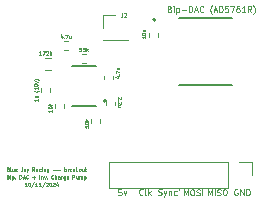
<source format=gbr>
%TF.GenerationSoftware,KiCad,Pcbnew,7.0.8*%
%TF.CreationDate,2024-10-13T16:36:08-04:00*%
%TF.ProjectId,Untitled,556e7469-746c-4656-942e-6b696361645f,rev?*%
%TF.SameCoordinates,Original*%
%TF.FileFunction,Legend,Top*%
%TF.FilePolarity,Positive*%
%FSLAX46Y46*%
G04 Gerber Fmt 4.6, Leading zero omitted, Abs format (unit mm)*
G04 Created by KiCad (PCBNEW 7.0.8) date 2024-10-13 16:36:08*
%MOMM*%
%LPD*%
G01*
G04 APERTURE LIST*
%ADD10C,0.075000*%
%ADD11C,0.070000*%
%ADD12C,0.125000*%
%ADD13C,0.120000*%
%ADD14C,0.127000*%
%ADD15C,0.200000*%
G04 APERTURE END LIST*
D10*
X122396542Y-82644285D02*
X122410828Y-82658571D01*
X122410828Y-82658571D02*
X122425114Y-82687143D01*
X122425114Y-82687143D02*
X122425114Y-82758571D01*
X122425114Y-82758571D02*
X122410828Y-82787143D01*
X122410828Y-82787143D02*
X122396542Y-82801428D01*
X122396542Y-82801428D02*
X122367971Y-82815714D01*
X122367971Y-82815714D02*
X122339400Y-82815714D01*
X122339400Y-82815714D02*
X122296542Y-82801428D01*
X122296542Y-82801428D02*
X122125114Y-82630000D01*
X122125114Y-82630000D02*
X122125114Y-82815714D01*
X122153685Y-82944285D02*
X122139400Y-82958571D01*
X122139400Y-82958571D02*
X122125114Y-82944285D01*
X122125114Y-82944285D02*
X122139400Y-82929999D01*
X122139400Y-82929999D02*
X122153685Y-82944285D01*
X122153685Y-82944285D02*
X122125114Y-82944285D01*
X122396542Y-83072856D02*
X122410828Y-83087142D01*
X122410828Y-83087142D02*
X122425114Y-83115714D01*
X122425114Y-83115714D02*
X122425114Y-83187142D01*
X122425114Y-83187142D02*
X122410828Y-83215714D01*
X122410828Y-83215714D02*
X122396542Y-83229999D01*
X122396542Y-83229999D02*
X122367971Y-83244285D01*
X122367971Y-83244285D02*
X122339400Y-83244285D01*
X122339400Y-83244285D02*
X122296542Y-83229999D01*
X122296542Y-83229999D02*
X122125114Y-83058571D01*
X122125114Y-83058571D02*
X122125114Y-83244285D01*
X122325114Y-83501428D02*
X122125114Y-83501428D01*
X122325114Y-83372856D02*
X122167971Y-83372856D01*
X122167971Y-83372856D02*
X122139400Y-83387142D01*
X122139400Y-83387142D02*
X122125114Y-83415713D01*
X122125114Y-83415713D02*
X122125114Y-83458570D01*
X122125114Y-83458570D02*
X122139400Y-83487142D01*
X122139400Y-83487142D02*
X122153685Y-83501428D01*
D11*
X132257004Y-90478979D02*
X132209385Y-90455169D01*
X132209385Y-90455169D02*
X132137956Y-90455169D01*
X132137956Y-90455169D02*
X132066528Y-90478979D01*
X132066528Y-90478979D02*
X132018909Y-90526598D01*
X132018909Y-90526598D02*
X131995099Y-90574217D01*
X131995099Y-90574217D02*
X131971290Y-90669455D01*
X131971290Y-90669455D02*
X131971290Y-90740883D01*
X131971290Y-90740883D02*
X131995099Y-90836121D01*
X131995099Y-90836121D02*
X132018909Y-90883740D01*
X132018909Y-90883740D02*
X132066528Y-90931360D01*
X132066528Y-90931360D02*
X132137956Y-90955169D01*
X132137956Y-90955169D02*
X132185575Y-90955169D01*
X132185575Y-90955169D02*
X132257004Y-90931360D01*
X132257004Y-90931360D02*
X132280813Y-90907550D01*
X132280813Y-90907550D02*
X132280813Y-90740883D01*
X132280813Y-90740883D02*
X132185575Y-90740883D01*
X132495099Y-90955169D02*
X132495099Y-90455169D01*
X132495099Y-90455169D02*
X132780813Y-90955169D01*
X132780813Y-90955169D02*
X132780813Y-90455169D01*
X133018909Y-90955169D02*
X133018909Y-90455169D01*
X133018909Y-90455169D02*
X133137957Y-90455169D01*
X133137957Y-90455169D02*
X133209385Y-90478979D01*
X133209385Y-90478979D02*
X133257004Y-90526598D01*
X133257004Y-90526598D02*
X133280814Y-90574217D01*
X133280814Y-90574217D02*
X133304623Y-90669455D01*
X133304623Y-90669455D02*
X133304623Y-90740883D01*
X133304623Y-90740883D02*
X133280814Y-90836121D01*
X133280814Y-90836121D02*
X133257004Y-90883740D01*
X133257004Y-90883740D02*
X133209385Y-90931360D01*
X133209385Y-90931360D02*
X133137957Y-90955169D01*
X133137957Y-90955169D02*
X133018909Y-90955169D01*
X129755099Y-90970169D02*
X129755099Y-90470169D01*
X129755099Y-90470169D02*
X129921766Y-90827312D01*
X129921766Y-90827312D02*
X130088432Y-90470169D01*
X130088432Y-90470169D02*
X130088432Y-90970169D01*
X130326528Y-90970169D02*
X130326528Y-90470169D01*
X130540814Y-90946360D02*
X130612242Y-90970169D01*
X130612242Y-90970169D02*
X130731290Y-90970169D01*
X130731290Y-90970169D02*
X130778909Y-90946360D01*
X130778909Y-90946360D02*
X130802718Y-90922550D01*
X130802718Y-90922550D02*
X130826528Y-90874931D01*
X130826528Y-90874931D02*
X130826528Y-90827312D01*
X130826528Y-90827312D02*
X130802718Y-90779693D01*
X130802718Y-90779693D02*
X130778909Y-90755883D01*
X130778909Y-90755883D02*
X130731290Y-90732074D01*
X130731290Y-90732074D02*
X130636052Y-90708264D01*
X130636052Y-90708264D02*
X130588433Y-90684455D01*
X130588433Y-90684455D02*
X130564623Y-90660645D01*
X130564623Y-90660645D02*
X130540814Y-90613026D01*
X130540814Y-90613026D02*
X130540814Y-90565407D01*
X130540814Y-90565407D02*
X130564623Y-90517788D01*
X130564623Y-90517788D02*
X130588433Y-90493979D01*
X130588433Y-90493979D02*
X130636052Y-90470169D01*
X130636052Y-90470169D02*
X130755099Y-90470169D01*
X130755099Y-90470169D02*
X130826528Y-90493979D01*
X131136051Y-90470169D02*
X131231289Y-90470169D01*
X131231289Y-90470169D02*
X131278908Y-90493979D01*
X131278908Y-90493979D02*
X131326527Y-90541598D01*
X131326527Y-90541598D02*
X131350337Y-90636836D01*
X131350337Y-90636836D02*
X131350337Y-90803502D01*
X131350337Y-90803502D02*
X131326527Y-90898740D01*
X131326527Y-90898740D02*
X131278908Y-90946360D01*
X131278908Y-90946360D02*
X131231289Y-90970169D01*
X131231289Y-90970169D02*
X131136051Y-90970169D01*
X131136051Y-90970169D02*
X131088432Y-90946360D01*
X131088432Y-90946360D02*
X131040813Y-90898740D01*
X131040813Y-90898740D02*
X131017004Y-90803502D01*
X131017004Y-90803502D02*
X131017004Y-90636836D01*
X131017004Y-90636836D02*
X131040813Y-90541598D01*
X131040813Y-90541598D02*
X131088432Y-90493979D01*
X131088432Y-90493979D02*
X131136051Y-90470169D01*
X127715099Y-90985169D02*
X127715099Y-90485169D01*
X127715099Y-90485169D02*
X127881766Y-90842312D01*
X127881766Y-90842312D02*
X128048432Y-90485169D01*
X128048432Y-90485169D02*
X128048432Y-90985169D01*
X128381766Y-90485169D02*
X128477004Y-90485169D01*
X128477004Y-90485169D02*
X128524623Y-90508979D01*
X128524623Y-90508979D02*
X128572242Y-90556598D01*
X128572242Y-90556598D02*
X128596052Y-90651836D01*
X128596052Y-90651836D02*
X128596052Y-90818502D01*
X128596052Y-90818502D02*
X128572242Y-90913740D01*
X128572242Y-90913740D02*
X128524623Y-90961360D01*
X128524623Y-90961360D02*
X128477004Y-90985169D01*
X128477004Y-90985169D02*
X128381766Y-90985169D01*
X128381766Y-90985169D02*
X128334147Y-90961360D01*
X128334147Y-90961360D02*
X128286528Y-90913740D01*
X128286528Y-90913740D02*
X128262719Y-90818502D01*
X128262719Y-90818502D02*
X128262719Y-90651836D01*
X128262719Y-90651836D02*
X128286528Y-90556598D01*
X128286528Y-90556598D02*
X128334147Y-90508979D01*
X128334147Y-90508979D02*
X128381766Y-90485169D01*
X128786529Y-90961360D02*
X128857957Y-90985169D01*
X128857957Y-90985169D02*
X128977005Y-90985169D01*
X128977005Y-90985169D02*
X129024624Y-90961360D01*
X129024624Y-90961360D02*
X129048433Y-90937550D01*
X129048433Y-90937550D02*
X129072243Y-90889931D01*
X129072243Y-90889931D02*
X129072243Y-90842312D01*
X129072243Y-90842312D02*
X129048433Y-90794693D01*
X129048433Y-90794693D02*
X129024624Y-90770883D01*
X129024624Y-90770883D02*
X128977005Y-90747074D01*
X128977005Y-90747074D02*
X128881767Y-90723264D01*
X128881767Y-90723264D02*
X128834148Y-90699455D01*
X128834148Y-90699455D02*
X128810338Y-90675645D01*
X128810338Y-90675645D02*
X128786529Y-90628026D01*
X128786529Y-90628026D02*
X128786529Y-90580407D01*
X128786529Y-90580407D02*
X128810338Y-90532788D01*
X128810338Y-90532788D02*
X128834148Y-90508979D01*
X128834148Y-90508979D02*
X128881767Y-90485169D01*
X128881767Y-90485169D02*
X129000814Y-90485169D01*
X129000814Y-90485169D02*
X129072243Y-90508979D01*
X129286528Y-90985169D02*
X129286528Y-90485169D01*
X125551290Y-90911360D02*
X125622718Y-90935169D01*
X125622718Y-90935169D02*
X125741766Y-90935169D01*
X125741766Y-90935169D02*
X125789385Y-90911360D01*
X125789385Y-90911360D02*
X125813194Y-90887550D01*
X125813194Y-90887550D02*
X125837004Y-90839931D01*
X125837004Y-90839931D02*
X125837004Y-90792312D01*
X125837004Y-90792312D02*
X125813194Y-90744693D01*
X125813194Y-90744693D02*
X125789385Y-90720883D01*
X125789385Y-90720883D02*
X125741766Y-90697074D01*
X125741766Y-90697074D02*
X125646528Y-90673264D01*
X125646528Y-90673264D02*
X125598909Y-90649455D01*
X125598909Y-90649455D02*
X125575099Y-90625645D01*
X125575099Y-90625645D02*
X125551290Y-90578026D01*
X125551290Y-90578026D02*
X125551290Y-90530407D01*
X125551290Y-90530407D02*
X125575099Y-90482788D01*
X125575099Y-90482788D02*
X125598909Y-90458979D01*
X125598909Y-90458979D02*
X125646528Y-90435169D01*
X125646528Y-90435169D02*
X125765575Y-90435169D01*
X125765575Y-90435169D02*
X125837004Y-90458979D01*
X126003670Y-90601836D02*
X126122718Y-90935169D01*
X126241765Y-90601836D02*
X126122718Y-90935169D01*
X126122718Y-90935169D02*
X126075099Y-91054217D01*
X126075099Y-91054217D02*
X126051289Y-91078026D01*
X126051289Y-91078026D02*
X126003670Y-91101836D01*
X126432241Y-90601836D02*
X126432241Y-90935169D01*
X126432241Y-90649455D02*
X126456051Y-90625645D01*
X126456051Y-90625645D02*
X126503670Y-90601836D01*
X126503670Y-90601836D02*
X126575098Y-90601836D01*
X126575098Y-90601836D02*
X126622717Y-90625645D01*
X126622717Y-90625645D02*
X126646527Y-90673264D01*
X126646527Y-90673264D02*
X126646527Y-90935169D01*
X127098908Y-90911360D02*
X127051289Y-90935169D01*
X127051289Y-90935169D02*
X126956051Y-90935169D01*
X126956051Y-90935169D02*
X126908432Y-90911360D01*
X126908432Y-90911360D02*
X126884622Y-90887550D01*
X126884622Y-90887550D02*
X126860813Y-90839931D01*
X126860813Y-90839931D02*
X126860813Y-90697074D01*
X126860813Y-90697074D02*
X126884622Y-90649455D01*
X126884622Y-90649455D02*
X126908432Y-90625645D01*
X126908432Y-90625645D02*
X126956051Y-90601836D01*
X126956051Y-90601836D02*
X127051289Y-90601836D01*
X127051289Y-90601836D02*
X127098908Y-90625645D01*
X127337003Y-90435169D02*
X127289384Y-90530407D01*
X124230813Y-90887550D02*
X124207004Y-90911360D01*
X124207004Y-90911360D02*
X124135575Y-90935169D01*
X124135575Y-90935169D02*
X124087956Y-90935169D01*
X124087956Y-90935169D02*
X124016528Y-90911360D01*
X124016528Y-90911360D02*
X123968909Y-90863740D01*
X123968909Y-90863740D02*
X123945099Y-90816121D01*
X123945099Y-90816121D02*
X123921290Y-90720883D01*
X123921290Y-90720883D02*
X123921290Y-90649455D01*
X123921290Y-90649455D02*
X123945099Y-90554217D01*
X123945099Y-90554217D02*
X123968909Y-90506598D01*
X123968909Y-90506598D02*
X124016528Y-90458979D01*
X124016528Y-90458979D02*
X124087956Y-90435169D01*
X124087956Y-90435169D02*
X124135575Y-90435169D01*
X124135575Y-90435169D02*
X124207004Y-90458979D01*
X124207004Y-90458979D02*
X124230813Y-90482788D01*
X124516528Y-90935169D02*
X124468909Y-90911360D01*
X124468909Y-90911360D02*
X124445099Y-90863740D01*
X124445099Y-90863740D02*
X124445099Y-90435169D01*
X124707004Y-90935169D02*
X124707004Y-90435169D01*
X124754623Y-90744693D02*
X124897480Y-90935169D01*
X124897480Y-90601836D02*
X124707004Y-90792312D01*
X122423194Y-90485169D02*
X122185099Y-90485169D01*
X122185099Y-90485169D02*
X122161290Y-90723264D01*
X122161290Y-90723264D02*
X122185099Y-90699455D01*
X122185099Y-90699455D02*
X122232718Y-90675645D01*
X122232718Y-90675645D02*
X122351766Y-90675645D01*
X122351766Y-90675645D02*
X122399385Y-90699455D01*
X122399385Y-90699455D02*
X122423194Y-90723264D01*
X122423194Y-90723264D02*
X122447004Y-90770883D01*
X122447004Y-90770883D02*
X122447004Y-90889931D01*
X122447004Y-90889931D02*
X122423194Y-90937550D01*
X122423194Y-90937550D02*
X122399385Y-90961360D01*
X122399385Y-90961360D02*
X122351766Y-90985169D01*
X122351766Y-90985169D02*
X122232718Y-90985169D01*
X122232718Y-90985169D02*
X122185099Y-90961360D01*
X122185099Y-90961360D02*
X122161290Y-90937550D01*
X122613670Y-90651836D02*
X122732718Y-90985169D01*
X122732718Y-90985169D02*
X122851765Y-90651836D01*
X114434623Y-90199645D02*
X114263194Y-90199645D01*
X114348909Y-90199645D02*
X114348909Y-89899645D01*
X114348909Y-89899645D02*
X114320337Y-89942502D01*
X114320337Y-89942502D02*
X114291766Y-89971074D01*
X114291766Y-89971074D02*
X114263194Y-89985360D01*
X114620337Y-89899645D02*
X114648908Y-89899645D01*
X114648908Y-89899645D02*
X114677480Y-89913931D01*
X114677480Y-89913931D02*
X114691766Y-89928217D01*
X114691766Y-89928217D02*
X114706051Y-89956788D01*
X114706051Y-89956788D02*
X114720337Y-90013931D01*
X114720337Y-90013931D02*
X114720337Y-90085360D01*
X114720337Y-90085360D02*
X114706051Y-90142502D01*
X114706051Y-90142502D02*
X114691766Y-90171074D01*
X114691766Y-90171074D02*
X114677480Y-90185360D01*
X114677480Y-90185360D02*
X114648908Y-90199645D01*
X114648908Y-90199645D02*
X114620337Y-90199645D01*
X114620337Y-90199645D02*
X114591766Y-90185360D01*
X114591766Y-90185360D02*
X114577480Y-90171074D01*
X114577480Y-90171074D02*
X114563194Y-90142502D01*
X114563194Y-90142502D02*
X114548908Y-90085360D01*
X114548908Y-90085360D02*
X114548908Y-90013931D01*
X114548908Y-90013931D02*
X114563194Y-89956788D01*
X114563194Y-89956788D02*
X114577480Y-89928217D01*
X114577480Y-89928217D02*
X114591766Y-89913931D01*
X114591766Y-89913931D02*
X114620337Y-89899645D01*
X115063194Y-89885360D02*
X114806051Y-90271074D01*
X115320337Y-90199645D02*
X115148908Y-90199645D01*
X115234623Y-90199645D02*
X115234623Y-89899645D01*
X115234623Y-89899645D02*
X115206051Y-89942502D01*
X115206051Y-89942502D02*
X115177480Y-89971074D01*
X115177480Y-89971074D02*
X115148908Y-89985360D01*
X115606051Y-90199645D02*
X115434622Y-90199645D01*
X115520337Y-90199645D02*
X115520337Y-89899645D01*
X115520337Y-89899645D02*
X115491765Y-89942502D01*
X115491765Y-89942502D02*
X115463194Y-89971074D01*
X115463194Y-89971074D02*
X115434622Y-89985360D01*
X115948908Y-89885360D02*
X115691765Y-90271074D01*
X116034622Y-89928217D02*
X116048908Y-89913931D01*
X116048908Y-89913931D02*
X116077480Y-89899645D01*
X116077480Y-89899645D02*
X116148908Y-89899645D01*
X116148908Y-89899645D02*
X116177480Y-89913931D01*
X116177480Y-89913931D02*
X116191765Y-89928217D01*
X116191765Y-89928217D02*
X116206051Y-89956788D01*
X116206051Y-89956788D02*
X116206051Y-89985360D01*
X116206051Y-89985360D02*
X116191765Y-90028217D01*
X116191765Y-90028217D02*
X116020337Y-90199645D01*
X116020337Y-90199645D02*
X116206051Y-90199645D01*
X116391765Y-89899645D02*
X116420336Y-89899645D01*
X116420336Y-89899645D02*
X116448908Y-89913931D01*
X116448908Y-89913931D02*
X116463194Y-89928217D01*
X116463194Y-89928217D02*
X116477479Y-89956788D01*
X116477479Y-89956788D02*
X116491765Y-90013931D01*
X116491765Y-90013931D02*
X116491765Y-90085360D01*
X116491765Y-90085360D02*
X116477479Y-90142502D01*
X116477479Y-90142502D02*
X116463194Y-90171074D01*
X116463194Y-90171074D02*
X116448908Y-90185360D01*
X116448908Y-90185360D02*
X116420336Y-90199645D01*
X116420336Y-90199645D02*
X116391765Y-90199645D01*
X116391765Y-90199645D02*
X116363194Y-90185360D01*
X116363194Y-90185360D02*
X116348908Y-90171074D01*
X116348908Y-90171074D02*
X116334622Y-90142502D01*
X116334622Y-90142502D02*
X116320336Y-90085360D01*
X116320336Y-90085360D02*
X116320336Y-90013931D01*
X116320336Y-90013931D02*
X116334622Y-89956788D01*
X116334622Y-89956788D02*
X116348908Y-89928217D01*
X116348908Y-89928217D02*
X116363194Y-89913931D01*
X116363194Y-89913931D02*
X116391765Y-89899645D01*
X116606050Y-89928217D02*
X116620336Y-89913931D01*
X116620336Y-89913931D02*
X116648908Y-89899645D01*
X116648908Y-89899645D02*
X116720336Y-89899645D01*
X116720336Y-89899645D02*
X116748908Y-89913931D01*
X116748908Y-89913931D02*
X116763193Y-89928217D01*
X116763193Y-89928217D02*
X116777479Y-89956788D01*
X116777479Y-89956788D02*
X116777479Y-89985360D01*
X116777479Y-89985360D02*
X116763193Y-90028217D01*
X116763193Y-90028217D02*
X116591765Y-90199645D01*
X116591765Y-90199645D02*
X116777479Y-90199645D01*
X117034622Y-89999645D02*
X117034622Y-90199645D01*
X116963193Y-89885360D02*
X116891764Y-90099645D01*
X116891764Y-90099645D02*
X117077479Y-90099645D01*
X112817480Y-89402502D02*
X112860337Y-89416788D01*
X112860337Y-89416788D02*
X112874623Y-89431074D01*
X112874623Y-89431074D02*
X112888909Y-89459645D01*
X112888909Y-89459645D02*
X112888909Y-89502502D01*
X112888909Y-89502502D02*
X112874623Y-89531074D01*
X112874623Y-89531074D02*
X112860337Y-89545360D01*
X112860337Y-89545360D02*
X112831766Y-89559645D01*
X112831766Y-89559645D02*
X112717480Y-89559645D01*
X112717480Y-89559645D02*
X112717480Y-89259645D01*
X112717480Y-89259645D02*
X112817480Y-89259645D01*
X112817480Y-89259645D02*
X112846052Y-89273931D01*
X112846052Y-89273931D02*
X112860337Y-89288217D01*
X112860337Y-89288217D02*
X112874623Y-89316788D01*
X112874623Y-89316788D02*
X112874623Y-89345360D01*
X112874623Y-89345360D02*
X112860337Y-89373931D01*
X112860337Y-89373931D02*
X112846052Y-89388217D01*
X112846052Y-89388217D02*
X112817480Y-89402502D01*
X112817480Y-89402502D02*
X112717480Y-89402502D01*
X113017480Y-89559645D02*
X113017480Y-89359645D01*
X113017480Y-89259645D02*
X113003194Y-89273931D01*
X113003194Y-89273931D02*
X113017480Y-89288217D01*
X113017480Y-89288217D02*
X113031766Y-89273931D01*
X113031766Y-89273931D02*
X113017480Y-89259645D01*
X113017480Y-89259645D02*
X113017480Y-89288217D01*
X113160337Y-89359645D02*
X113160337Y-89659645D01*
X113160337Y-89373931D02*
X113188909Y-89359645D01*
X113188909Y-89359645D02*
X113246051Y-89359645D01*
X113246051Y-89359645D02*
X113274623Y-89373931D01*
X113274623Y-89373931D02*
X113288909Y-89388217D01*
X113288909Y-89388217D02*
X113303194Y-89416788D01*
X113303194Y-89416788D02*
X113303194Y-89502502D01*
X113303194Y-89502502D02*
X113288909Y-89531074D01*
X113288909Y-89531074D02*
X113274623Y-89545360D01*
X113274623Y-89545360D02*
X113246051Y-89559645D01*
X113246051Y-89559645D02*
X113188909Y-89559645D01*
X113188909Y-89559645D02*
X113160337Y-89545360D01*
X113431766Y-89531074D02*
X113446052Y-89545360D01*
X113446052Y-89545360D02*
X113431766Y-89559645D01*
X113431766Y-89559645D02*
X113417480Y-89545360D01*
X113417480Y-89545360D02*
X113431766Y-89531074D01*
X113431766Y-89531074D02*
X113431766Y-89559645D01*
X113803194Y-89559645D02*
X113803194Y-89259645D01*
X113803194Y-89259645D02*
X113874623Y-89259645D01*
X113874623Y-89259645D02*
X113917480Y-89273931D01*
X113917480Y-89273931D02*
X113946051Y-89302502D01*
X113946051Y-89302502D02*
X113960337Y-89331074D01*
X113960337Y-89331074D02*
X113974623Y-89388217D01*
X113974623Y-89388217D02*
X113974623Y-89431074D01*
X113974623Y-89431074D02*
X113960337Y-89488217D01*
X113960337Y-89488217D02*
X113946051Y-89516788D01*
X113946051Y-89516788D02*
X113917480Y-89545360D01*
X113917480Y-89545360D02*
X113874623Y-89559645D01*
X113874623Y-89559645D02*
X113803194Y-89559645D01*
X114088908Y-89473931D02*
X114231766Y-89473931D01*
X114060337Y-89559645D02*
X114160337Y-89259645D01*
X114160337Y-89259645D02*
X114260337Y-89559645D01*
X114531766Y-89531074D02*
X114517480Y-89545360D01*
X114517480Y-89545360D02*
X114474623Y-89559645D01*
X114474623Y-89559645D02*
X114446051Y-89559645D01*
X114446051Y-89559645D02*
X114403194Y-89545360D01*
X114403194Y-89545360D02*
X114374623Y-89516788D01*
X114374623Y-89516788D02*
X114360337Y-89488217D01*
X114360337Y-89488217D02*
X114346051Y-89431074D01*
X114346051Y-89431074D02*
X114346051Y-89388217D01*
X114346051Y-89388217D02*
X114360337Y-89331074D01*
X114360337Y-89331074D02*
X114374623Y-89302502D01*
X114374623Y-89302502D02*
X114403194Y-89273931D01*
X114403194Y-89273931D02*
X114446051Y-89259645D01*
X114446051Y-89259645D02*
X114474623Y-89259645D01*
X114474623Y-89259645D02*
X114517480Y-89273931D01*
X114517480Y-89273931D02*
X114531766Y-89288217D01*
X114888908Y-89445360D02*
X115117480Y-89445360D01*
X115003194Y-89559645D02*
X115003194Y-89331074D01*
X115488908Y-89559645D02*
X115488908Y-89259645D01*
X115631765Y-89359645D02*
X115631765Y-89559645D01*
X115631765Y-89388217D02*
X115646051Y-89373931D01*
X115646051Y-89373931D02*
X115674622Y-89359645D01*
X115674622Y-89359645D02*
X115717479Y-89359645D01*
X115717479Y-89359645D02*
X115746051Y-89373931D01*
X115746051Y-89373931D02*
X115760337Y-89402502D01*
X115760337Y-89402502D02*
X115760337Y-89559645D01*
X115874623Y-89359645D02*
X115946051Y-89559645D01*
X115946051Y-89559645D02*
X116017480Y-89359645D01*
X116131765Y-89531074D02*
X116146051Y-89545360D01*
X116146051Y-89545360D02*
X116131765Y-89559645D01*
X116131765Y-89559645D02*
X116117479Y-89545360D01*
X116117479Y-89545360D02*
X116131765Y-89531074D01*
X116131765Y-89531074D02*
X116131765Y-89559645D01*
X116674622Y-89531074D02*
X116660336Y-89545360D01*
X116660336Y-89545360D02*
X116617479Y-89559645D01*
X116617479Y-89559645D02*
X116588907Y-89559645D01*
X116588907Y-89559645D02*
X116546050Y-89545360D01*
X116546050Y-89545360D02*
X116517479Y-89516788D01*
X116517479Y-89516788D02*
X116503193Y-89488217D01*
X116503193Y-89488217D02*
X116488907Y-89431074D01*
X116488907Y-89431074D02*
X116488907Y-89388217D01*
X116488907Y-89388217D02*
X116503193Y-89331074D01*
X116503193Y-89331074D02*
X116517479Y-89302502D01*
X116517479Y-89302502D02*
X116546050Y-89273931D01*
X116546050Y-89273931D02*
X116588907Y-89259645D01*
X116588907Y-89259645D02*
X116617479Y-89259645D01*
X116617479Y-89259645D02*
X116660336Y-89273931D01*
X116660336Y-89273931D02*
X116674622Y-89288217D01*
X116803193Y-89559645D02*
X116803193Y-89259645D01*
X116931765Y-89559645D02*
X116931765Y-89402502D01*
X116931765Y-89402502D02*
X116917479Y-89373931D01*
X116917479Y-89373931D02*
X116888907Y-89359645D01*
X116888907Y-89359645D02*
X116846050Y-89359645D01*
X116846050Y-89359645D02*
X116817479Y-89373931D01*
X116817479Y-89373931D02*
X116803193Y-89388217D01*
X117203194Y-89559645D02*
X117203194Y-89402502D01*
X117203194Y-89402502D02*
X117188908Y-89373931D01*
X117188908Y-89373931D02*
X117160336Y-89359645D01*
X117160336Y-89359645D02*
X117103194Y-89359645D01*
X117103194Y-89359645D02*
X117074622Y-89373931D01*
X117203194Y-89545360D02*
X117174622Y-89559645D01*
X117174622Y-89559645D02*
X117103194Y-89559645D01*
X117103194Y-89559645D02*
X117074622Y-89545360D01*
X117074622Y-89545360D02*
X117060336Y-89516788D01*
X117060336Y-89516788D02*
X117060336Y-89488217D01*
X117060336Y-89488217D02*
X117074622Y-89459645D01*
X117074622Y-89459645D02*
X117103194Y-89445360D01*
X117103194Y-89445360D02*
X117174622Y-89445360D01*
X117174622Y-89445360D02*
X117203194Y-89431074D01*
X117346051Y-89559645D02*
X117346051Y-89359645D01*
X117346051Y-89416788D02*
X117360337Y-89388217D01*
X117360337Y-89388217D02*
X117374623Y-89373931D01*
X117374623Y-89373931D02*
X117403194Y-89359645D01*
X117403194Y-89359645D02*
X117431765Y-89359645D01*
X117660337Y-89359645D02*
X117660337Y-89602502D01*
X117660337Y-89602502D02*
X117646051Y-89631074D01*
X117646051Y-89631074D02*
X117631765Y-89645360D01*
X117631765Y-89645360D02*
X117603194Y-89659645D01*
X117603194Y-89659645D02*
X117560337Y-89659645D01*
X117560337Y-89659645D02*
X117531765Y-89645360D01*
X117660337Y-89545360D02*
X117631765Y-89559645D01*
X117631765Y-89559645D02*
X117574622Y-89559645D01*
X117574622Y-89559645D02*
X117546051Y-89545360D01*
X117546051Y-89545360D02*
X117531765Y-89531074D01*
X117531765Y-89531074D02*
X117517479Y-89502502D01*
X117517479Y-89502502D02*
X117517479Y-89416788D01*
X117517479Y-89416788D02*
X117531765Y-89388217D01*
X117531765Y-89388217D02*
X117546051Y-89373931D01*
X117546051Y-89373931D02*
X117574622Y-89359645D01*
X117574622Y-89359645D02*
X117631765Y-89359645D01*
X117631765Y-89359645D02*
X117660337Y-89373931D01*
X117917480Y-89545360D02*
X117888908Y-89559645D01*
X117888908Y-89559645D02*
X117831766Y-89559645D01*
X117831766Y-89559645D02*
X117803194Y-89545360D01*
X117803194Y-89545360D02*
X117788908Y-89516788D01*
X117788908Y-89516788D02*
X117788908Y-89402502D01*
X117788908Y-89402502D02*
X117803194Y-89373931D01*
X117803194Y-89373931D02*
X117831766Y-89359645D01*
X117831766Y-89359645D02*
X117888908Y-89359645D01*
X117888908Y-89359645D02*
X117917480Y-89373931D01*
X117917480Y-89373931D02*
X117931766Y-89402502D01*
X117931766Y-89402502D02*
X117931766Y-89431074D01*
X117931766Y-89431074D02*
X117788908Y-89459645D01*
X118288908Y-89559645D02*
X118288908Y-89259645D01*
X118288908Y-89259645D02*
X118403194Y-89259645D01*
X118403194Y-89259645D02*
X118431765Y-89273931D01*
X118431765Y-89273931D02*
X118446051Y-89288217D01*
X118446051Y-89288217D02*
X118460337Y-89316788D01*
X118460337Y-89316788D02*
X118460337Y-89359645D01*
X118460337Y-89359645D02*
X118446051Y-89388217D01*
X118446051Y-89388217D02*
X118431765Y-89402502D01*
X118431765Y-89402502D02*
X118403194Y-89416788D01*
X118403194Y-89416788D02*
X118288908Y-89416788D01*
X118717480Y-89359645D02*
X118717480Y-89559645D01*
X118588908Y-89359645D02*
X118588908Y-89516788D01*
X118588908Y-89516788D02*
X118603194Y-89545360D01*
X118603194Y-89545360D02*
X118631765Y-89559645D01*
X118631765Y-89559645D02*
X118674622Y-89559645D01*
X118674622Y-89559645D02*
X118703194Y-89545360D01*
X118703194Y-89545360D02*
X118717480Y-89531074D01*
X118860337Y-89559645D02*
X118860337Y-89359645D01*
X118860337Y-89388217D02*
X118874623Y-89373931D01*
X118874623Y-89373931D02*
X118903194Y-89359645D01*
X118903194Y-89359645D02*
X118946051Y-89359645D01*
X118946051Y-89359645D02*
X118974623Y-89373931D01*
X118974623Y-89373931D02*
X118988909Y-89402502D01*
X118988909Y-89402502D02*
X118988909Y-89559645D01*
X118988909Y-89402502D02*
X119003194Y-89373931D01*
X119003194Y-89373931D02*
X119031766Y-89359645D01*
X119031766Y-89359645D02*
X119074623Y-89359645D01*
X119074623Y-89359645D02*
X119103194Y-89373931D01*
X119103194Y-89373931D02*
X119117480Y-89402502D01*
X119117480Y-89402502D02*
X119117480Y-89559645D01*
X119260337Y-89359645D02*
X119260337Y-89659645D01*
X119260337Y-89373931D02*
X119288909Y-89359645D01*
X119288909Y-89359645D02*
X119346051Y-89359645D01*
X119346051Y-89359645D02*
X119374623Y-89373931D01*
X119374623Y-89373931D02*
X119388909Y-89388217D01*
X119388909Y-89388217D02*
X119403194Y-89416788D01*
X119403194Y-89416788D02*
X119403194Y-89502502D01*
X119403194Y-89502502D02*
X119388909Y-89531074D01*
X119388909Y-89531074D02*
X119374623Y-89545360D01*
X119374623Y-89545360D02*
X119346051Y-89559645D01*
X119346051Y-89559645D02*
X119288909Y-89559645D01*
X119288909Y-89559645D02*
X119260337Y-89545360D01*
X112817480Y-88762502D02*
X112860337Y-88776788D01*
X112860337Y-88776788D02*
X112874623Y-88791074D01*
X112874623Y-88791074D02*
X112888909Y-88819645D01*
X112888909Y-88819645D02*
X112888909Y-88862502D01*
X112888909Y-88862502D02*
X112874623Y-88891074D01*
X112874623Y-88891074D02*
X112860337Y-88905360D01*
X112860337Y-88905360D02*
X112831766Y-88919645D01*
X112831766Y-88919645D02*
X112717480Y-88919645D01*
X112717480Y-88919645D02*
X112717480Y-88619645D01*
X112717480Y-88619645D02*
X112817480Y-88619645D01*
X112817480Y-88619645D02*
X112846052Y-88633931D01*
X112846052Y-88633931D02*
X112860337Y-88648217D01*
X112860337Y-88648217D02*
X112874623Y-88676788D01*
X112874623Y-88676788D02*
X112874623Y-88705360D01*
X112874623Y-88705360D02*
X112860337Y-88733931D01*
X112860337Y-88733931D02*
X112846052Y-88748217D01*
X112846052Y-88748217D02*
X112817480Y-88762502D01*
X112817480Y-88762502D02*
X112717480Y-88762502D01*
X113060337Y-88919645D02*
X113031766Y-88905360D01*
X113031766Y-88905360D02*
X113017480Y-88876788D01*
X113017480Y-88876788D02*
X113017480Y-88619645D01*
X113303195Y-88719645D02*
X113303195Y-88919645D01*
X113174623Y-88719645D02*
X113174623Y-88876788D01*
X113174623Y-88876788D02*
X113188909Y-88905360D01*
X113188909Y-88905360D02*
X113217480Y-88919645D01*
X113217480Y-88919645D02*
X113260337Y-88919645D01*
X113260337Y-88919645D02*
X113288909Y-88905360D01*
X113288909Y-88905360D02*
X113303195Y-88891074D01*
X113560338Y-88905360D02*
X113531766Y-88919645D01*
X113531766Y-88919645D02*
X113474624Y-88919645D01*
X113474624Y-88919645D02*
X113446052Y-88905360D01*
X113446052Y-88905360D02*
X113431766Y-88876788D01*
X113431766Y-88876788D02*
X113431766Y-88762502D01*
X113431766Y-88762502D02*
X113446052Y-88733931D01*
X113446052Y-88733931D02*
X113474624Y-88719645D01*
X113474624Y-88719645D02*
X113531766Y-88719645D01*
X113531766Y-88719645D02*
X113560338Y-88733931D01*
X113560338Y-88733931D02*
X113574624Y-88762502D01*
X113574624Y-88762502D02*
X113574624Y-88791074D01*
X113574624Y-88791074D02*
X113431766Y-88819645D01*
X114017480Y-88619645D02*
X114017480Y-88833931D01*
X114017480Y-88833931D02*
X114003195Y-88876788D01*
X114003195Y-88876788D02*
X113974623Y-88905360D01*
X113974623Y-88905360D02*
X113931766Y-88919645D01*
X113931766Y-88919645D02*
X113903195Y-88919645D01*
X114288909Y-88919645D02*
X114288909Y-88762502D01*
X114288909Y-88762502D02*
X114274623Y-88733931D01*
X114274623Y-88733931D02*
X114246051Y-88719645D01*
X114246051Y-88719645D02*
X114188909Y-88719645D01*
X114188909Y-88719645D02*
X114160337Y-88733931D01*
X114288909Y-88905360D02*
X114260337Y-88919645D01*
X114260337Y-88919645D02*
X114188909Y-88919645D01*
X114188909Y-88919645D02*
X114160337Y-88905360D01*
X114160337Y-88905360D02*
X114146051Y-88876788D01*
X114146051Y-88876788D02*
X114146051Y-88848217D01*
X114146051Y-88848217D02*
X114160337Y-88819645D01*
X114160337Y-88819645D02*
X114188909Y-88805360D01*
X114188909Y-88805360D02*
X114260337Y-88805360D01*
X114260337Y-88805360D02*
X114288909Y-88791074D01*
X114403195Y-88719645D02*
X114474623Y-88919645D01*
X114546052Y-88719645D02*
X114474623Y-88919645D01*
X114474623Y-88919645D02*
X114446052Y-88991074D01*
X114446052Y-88991074D02*
X114431766Y-89005360D01*
X114431766Y-89005360D02*
X114403195Y-89019645D01*
X115060337Y-88919645D02*
X114960337Y-88776788D01*
X114888908Y-88919645D02*
X114888908Y-88619645D01*
X114888908Y-88619645D02*
X115003194Y-88619645D01*
X115003194Y-88619645D02*
X115031765Y-88633931D01*
X115031765Y-88633931D02*
X115046051Y-88648217D01*
X115046051Y-88648217D02*
X115060337Y-88676788D01*
X115060337Y-88676788D02*
X115060337Y-88719645D01*
X115060337Y-88719645D02*
X115046051Y-88748217D01*
X115046051Y-88748217D02*
X115031765Y-88762502D01*
X115031765Y-88762502D02*
X115003194Y-88776788D01*
X115003194Y-88776788D02*
X114888908Y-88776788D01*
X115317480Y-88919645D02*
X115317480Y-88762502D01*
X115317480Y-88762502D02*
X115303194Y-88733931D01*
X115303194Y-88733931D02*
X115274622Y-88719645D01*
X115274622Y-88719645D02*
X115217480Y-88719645D01*
X115217480Y-88719645D02*
X115188908Y-88733931D01*
X115317480Y-88905360D02*
X115288908Y-88919645D01*
X115288908Y-88919645D02*
X115217480Y-88919645D01*
X115217480Y-88919645D02*
X115188908Y-88905360D01*
X115188908Y-88905360D02*
X115174622Y-88876788D01*
X115174622Y-88876788D02*
X115174622Y-88848217D01*
X115174622Y-88848217D02*
X115188908Y-88819645D01*
X115188908Y-88819645D02*
X115217480Y-88805360D01*
X115217480Y-88805360D02*
X115288908Y-88805360D01*
X115288908Y-88805360D02*
X115317480Y-88791074D01*
X115588909Y-88905360D02*
X115560337Y-88919645D01*
X115560337Y-88919645D02*
X115503194Y-88919645D01*
X115503194Y-88919645D02*
X115474623Y-88905360D01*
X115474623Y-88905360D02*
X115460337Y-88891074D01*
X115460337Y-88891074D02*
X115446051Y-88862502D01*
X115446051Y-88862502D02*
X115446051Y-88776788D01*
X115446051Y-88776788D02*
X115460337Y-88748217D01*
X115460337Y-88748217D02*
X115474623Y-88733931D01*
X115474623Y-88733931D02*
X115503194Y-88719645D01*
X115503194Y-88719645D02*
X115560337Y-88719645D01*
X115560337Y-88719645D02*
X115588909Y-88733931D01*
X115717480Y-88919645D02*
X115717480Y-88719645D01*
X115717480Y-88619645D02*
X115703194Y-88633931D01*
X115703194Y-88633931D02*
X115717480Y-88648217D01*
X115717480Y-88648217D02*
X115731766Y-88633931D01*
X115731766Y-88633931D02*
X115717480Y-88619645D01*
X115717480Y-88619645D02*
X115717480Y-88648217D01*
X115860337Y-88719645D02*
X115860337Y-88919645D01*
X115860337Y-88748217D02*
X115874623Y-88733931D01*
X115874623Y-88733931D02*
X115903194Y-88719645D01*
X115903194Y-88719645D02*
X115946051Y-88719645D01*
X115946051Y-88719645D02*
X115974623Y-88733931D01*
X115974623Y-88733931D02*
X115988909Y-88762502D01*
X115988909Y-88762502D02*
X115988909Y-88919645D01*
X116260338Y-88719645D02*
X116260338Y-88962502D01*
X116260338Y-88962502D02*
X116246052Y-88991074D01*
X116246052Y-88991074D02*
X116231766Y-89005360D01*
X116231766Y-89005360D02*
X116203195Y-89019645D01*
X116203195Y-89019645D02*
X116160338Y-89019645D01*
X116160338Y-89019645D02*
X116131766Y-89005360D01*
X116260338Y-88905360D02*
X116231766Y-88919645D01*
X116231766Y-88919645D02*
X116174623Y-88919645D01*
X116174623Y-88919645D02*
X116146052Y-88905360D01*
X116146052Y-88905360D02*
X116131766Y-88891074D01*
X116131766Y-88891074D02*
X116117480Y-88862502D01*
X116117480Y-88862502D02*
X116117480Y-88776788D01*
X116117480Y-88776788D02*
X116131766Y-88748217D01*
X116131766Y-88748217D02*
X116146052Y-88733931D01*
X116146052Y-88733931D02*
X116174623Y-88719645D01*
X116174623Y-88719645D02*
X116231766Y-88719645D01*
X116231766Y-88719645D02*
X116260338Y-88733931D01*
X116631766Y-88805360D02*
X116860338Y-88805360D01*
X117003195Y-88805360D02*
X117231767Y-88805360D01*
X117603195Y-88919645D02*
X117603195Y-88619645D01*
X117603195Y-88733931D02*
X117631767Y-88719645D01*
X117631767Y-88719645D02*
X117688909Y-88719645D01*
X117688909Y-88719645D02*
X117717481Y-88733931D01*
X117717481Y-88733931D02*
X117731767Y-88748217D01*
X117731767Y-88748217D02*
X117746052Y-88776788D01*
X117746052Y-88776788D02*
X117746052Y-88862502D01*
X117746052Y-88862502D02*
X117731767Y-88891074D01*
X117731767Y-88891074D02*
X117717481Y-88905360D01*
X117717481Y-88905360D02*
X117688909Y-88919645D01*
X117688909Y-88919645D02*
X117631767Y-88919645D01*
X117631767Y-88919645D02*
X117603195Y-88905360D01*
X117874624Y-88919645D02*
X117874624Y-88719645D01*
X117874624Y-88776788D02*
X117888910Y-88748217D01*
X117888910Y-88748217D02*
X117903196Y-88733931D01*
X117903196Y-88733931D02*
X117931767Y-88719645D01*
X117931767Y-88719645D02*
X117960338Y-88719645D01*
X118174624Y-88905360D02*
X118146052Y-88919645D01*
X118146052Y-88919645D02*
X118088910Y-88919645D01*
X118088910Y-88919645D02*
X118060338Y-88905360D01*
X118060338Y-88905360D02*
X118046052Y-88876788D01*
X118046052Y-88876788D02*
X118046052Y-88762502D01*
X118046052Y-88762502D02*
X118060338Y-88733931D01*
X118060338Y-88733931D02*
X118088910Y-88719645D01*
X118088910Y-88719645D02*
X118146052Y-88719645D01*
X118146052Y-88719645D02*
X118174624Y-88733931D01*
X118174624Y-88733931D02*
X118188910Y-88762502D01*
X118188910Y-88762502D02*
X118188910Y-88791074D01*
X118188910Y-88791074D02*
X118046052Y-88819645D01*
X118446053Y-88919645D02*
X118446053Y-88762502D01*
X118446053Y-88762502D02*
X118431767Y-88733931D01*
X118431767Y-88733931D02*
X118403195Y-88719645D01*
X118403195Y-88719645D02*
X118346053Y-88719645D01*
X118346053Y-88719645D02*
X118317481Y-88733931D01*
X118446053Y-88905360D02*
X118417481Y-88919645D01*
X118417481Y-88919645D02*
X118346053Y-88919645D01*
X118346053Y-88919645D02*
X118317481Y-88905360D01*
X118317481Y-88905360D02*
X118303195Y-88876788D01*
X118303195Y-88876788D02*
X118303195Y-88848217D01*
X118303195Y-88848217D02*
X118317481Y-88819645D01*
X118317481Y-88819645D02*
X118346053Y-88805360D01*
X118346053Y-88805360D02*
X118417481Y-88805360D01*
X118417481Y-88805360D02*
X118446053Y-88791074D01*
X118588910Y-88919645D02*
X118588910Y-88619645D01*
X118617482Y-88805360D02*
X118703196Y-88919645D01*
X118703196Y-88719645D02*
X118588910Y-88833931D01*
X118874624Y-88919645D02*
X118846053Y-88905360D01*
X118846053Y-88905360D02*
X118831767Y-88891074D01*
X118831767Y-88891074D02*
X118817481Y-88862502D01*
X118817481Y-88862502D02*
X118817481Y-88776788D01*
X118817481Y-88776788D02*
X118831767Y-88748217D01*
X118831767Y-88748217D02*
X118846053Y-88733931D01*
X118846053Y-88733931D02*
X118874624Y-88719645D01*
X118874624Y-88719645D02*
X118917481Y-88719645D01*
X118917481Y-88719645D02*
X118946053Y-88733931D01*
X118946053Y-88733931D02*
X118960339Y-88748217D01*
X118960339Y-88748217D02*
X118974624Y-88776788D01*
X118974624Y-88776788D02*
X118974624Y-88862502D01*
X118974624Y-88862502D02*
X118960339Y-88891074D01*
X118960339Y-88891074D02*
X118946053Y-88905360D01*
X118946053Y-88905360D02*
X118917481Y-88919645D01*
X118917481Y-88919645D02*
X118874624Y-88919645D01*
X119231768Y-88719645D02*
X119231768Y-88919645D01*
X119103196Y-88719645D02*
X119103196Y-88876788D01*
X119103196Y-88876788D02*
X119117482Y-88905360D01*
X119117482Y-88905360D02*
X119146053Y-88919645D01*
X119146053Y-88919645D02*
X119188910Y-88919645D01*
X119188910Y-88919645D02*
X119217482Y-88905360D01*
X119217482Y-88905360D02*
X119231768Y-88891074D01*
X119331768Y-88719645D02*
X119446054Y-88719645D01*
X119374625Y-88619645D02*
X119374625Y-88876788D01*
X119374625Y-88876788D02*
X119388911Y-88905360D01*
X119388911Y-88905360D02*
X119417482Y-88919645D01*
X119417482Y-88919645D02*
X119446054Y-88919645D01*
D10*
X124454885Y-77492856D02*
X124454885Y-77664285D01*
X124454885Y-77578570D02*
X124154885Y-77578570D01*
X124154885Y-77578570D02*
X124197742Y-77607142D01*
X124197742Y-77607142D02*
X124226314Y-77635713D01*
X124226314Y-77635713D02*
X124240600Y-77664285D01*
X124154885Y-77307142D02*
X124154885Y-77278571D01*
X124154885Y-77278571D02*
X124169171Y-77249999D01*
X124169171Y-77249999D02*
X124183457Y-77235714D01*
X124183457Y-77235714D02*
X124212028Y-77221428D01*
X124212028Y-77221428D02*
X124269171Y-77207142D01*
X124269171Y-77207142D02*
X124340600Y-77207142D01*
X124340600Y-77207142D02*
X124397742Y-77221428D01*
X124397742Y-77221428D02*
X124426314Y-77235714D01*
X124426314Y-77235714D02*
X124440600Y-77249999D01*
X124440600Y-77249999D02*
X124454885Y-77278571D01*
X124454885Y-77278571D02*
X124454885Y-77307142D01*
X124454885Y-77307142D02*
X124440600Y-77335714D01*
X124440600Y-77335714D02*
X124426314Y-77349999D01*
X124426314Y-77349999D02*
X124397742Y-77364285D01*
X124397742Y-77364285D02*
X124340600Y-77378571D01*
X124340600Y-77378571D02*
X124269171Y-77378571D01*
X124269171Y-77378571D02*
X124212028Y-77364285D01*
X124212028Y-77364285D02*
X124183457Y-77349999D01*
X124183457Y-77349999D02*
X124169171Y-77335714D01*
X124169171Y-77335714D02*
X124154885Y-77307142D01*
X124254885Y-76950000D02*
X124454885Y-76950000D01*
X124254885Y-77078571D02*
X124412028Y-77078571D01*
X124412028Y-77078571D02*
X124440600Y-77064285D01*
X124440600Y-77064285D02*
X124454885Y-77035714D01*
X124454885Y-77035714D02*
X124454885Y-76992857D01*
X124454885Y-76992857D02*
X124440600Y-76964285D01*
X124440600Y-76964285D02*
X124426314Y-76950000D01*
X119624885Y-85066070D02*
X119624885Y-85237499D01*
X119624885Y-85151784D02*
X119324885Y-85151784D01*
X119324885Y-85151784D02*
X119367742Y-85180356D01*
X119367742Y-85180356D02*
X119396314Y-85208927D01*
X119396314Y-85208927D02*
X119410600Y-85237499D01*
X119324885Y-84880356D02*
X119324885Y-84851785D01*
X119324885Y-84851785D02*
X119339171Y-84823213D01*
X119339171Y-84823213D02*
X119353457Y-84808928D01*
X119353457Y-84808928D02*
X119382028Y-84794642D01*
X119382028Y-84794642D02*
X119439171Y-84780356D01*
X119439171Y-84780356D02*
X119510600Y-84780356D01*
X119510600Y-84780356D02*
X119567742Y-84794642D01*
X119567742Y-84794642D02*
X119596314Y-84808928D01*
X119596314Y-84808928D02*
X119610600Y-84823213D01*
X119610600Y-84823213D02*
X119624885Y-84851785D01*
X119624885Y-84851785D02*
X119624885Y-84880356D01*
X119624885Y-84880356D02*
X119610600Y-84908928D01*
X119610600Y-84908928D02*
X119596314Y-84923213D01*
X119596314Y-84923213D02*
X119567742Y-84937499D01*
X119567742Y-84937499D02*
X119510600Y-84951785D01*
X119510600Y-84951785D02*
X119439171Y-84951785D01*
X119439171Y-84951785D02*
X119382028Y-84937499D01*
X119382028Y-84937499D02*
X119353457Y-84923213D01*
X119353457Y-84923213D02*
X119339171Y-84908928D01*
X119339171Y-84908928D02*
X119324885Y-84880356D01*
X119624885Y-84651785D02*
X119324885Y-84651785D01*
X119510600Y-84623214D02*
X119624885Y-84537499D01*
X119424885Y-84537499D02*
X119539171Y-84651785D01*
X115658572Y-79074885D02*
X115487143Y-79074885D01*
X115572858Y-79074885D02*
X115572858Y-78774885D01*
X115572858Y-78774885D02*
X115544286Y-78817742D01*
X115544286Y-78817742D02*
X115515715Y-78846314D01*
X115515715Y-78846314D02*
X115487143Y-78860600D01*
X115758572Y-78774885D02*
X115958572Y-78774885D01*
X115958572Y-78774885D02*
X115830000Y-79074885D01*
X116058571Y-78803457D02*
X116072857Y-78789171D01*
X116072857Y-78789171D02*
X116101429Y-78774885D01*
X116101429Y-78774885D02*
X116172857Y-78774885D01*
X116172857Y-78774885D02*
X116201429Y-78789171D01*
X116201429Y-78789171D02*
X116215714Y-78803457D01*
X116215714Y-78803457D02*
X116230000Y-78832028D01*
X116230000Y-78832028D02*
X116230000Y-78860600D01*
X116230000Y-78860600D02*
X116215714Y-78903457D01*
X116215714Y-78903457D02*
X116044286Y-79074885D01*
X116044286Y-79074885D02*
X116230000Y-79074885D01*
X116358571Y-79074885D02*
X116358571Y-78774885D01*
X116387143Y-78960600D02*
X116472857Y-79074885D01*
X116472857Y-78874885D02*
X116358571Y-78989171D01*
X119027143Y-78464885D02*
X118884286Y-78464885D01*
X118884286Y-78464885D02*
X118870000Y-78607742D01*
X118870000Y-78607742D02*
X118884286Y-78593457D01*
X118884286Y-78593457D02*
X118912858Y-78579171D01*
X118912858Y-78579171D02*
X118984286Y-78579171D01*
X118984286Y-78579171D02*
X119012858Y-78593457D01*
X119012858Y-78593457D02*
X119027143Y-78607742D01*
X119027143Y-78607742D02*
X119041429Y-78636314D01*
X119041429Y-78636314D02*
X119041429Y-78707742D01*
X119041429Y-78707742D02*
X119027143Y-78736314D01*
X119027143Y-78736314D02*
X119012858Y-78750600D01*
X119012858Y-78750600D02*
X118984286Y-78764885D01*
X118984286Y-78764885D02*
X118912858Y-78764885D01*
X118912858Y-78764885D02*
X118884286Y-78750600D01*
X118884286Y-78750600D02*
X118870000Y-78736314D01*
X119312857Y-78464885D02*
X119170000Y-78464885D01*
X119170000Y-78464885D02*
X119155714Y-78607742D01*
X119155714Y-78607742D02*
X119170000Y-78593457D01*
X119170000Y-78593457D02*
X119198572Y-78579171D01*
X119198572Y-78579171D02*
X119270000Y-78579171D01*
X119270000Y-78579171D02*
X119298572Y-78593457D01*
X119298572Y-78593457D02*
X119312857Y-78607742D01*
X119312857Y-78607742D02*
X119327143Y-78636314D01*
X119327143Y-78636314D02*
X119327143Y-78707742D01*
X119327143Y-78707742D02*
X119312857Y-78736314D01*
X119312857Y-78736314D02*
X119298572Y-78750600D01*
X119298572Y-78750600D02*
X119270000Y-78764885D01*
X119270000Y-78764885D02*
X119198572Y-78764885D01*
X119198572Y-78764885D02*
X119170000Y-78750600D01*
X119170000Y-78750600D02*
X119155714Y-78736314D01*
X119455714Y-78764885D02*
X119455714Y-78464885D01*
X119484286Y-78650600D02*
X119570000Y-78764885D01*
X119570000Y-78564885D02*
X119455714Y-78679171D01*
X116544885Y-83738570D02*
X116544885Y-83909999D01*
X116544885Y-83824284D02*
X116244885Y-83824284D01*
X116244885Y-83824284D02*
X116287742Y-83852856D01*
X116287742Y-83852856D02*
X116316314Y-83881427D01*
X116316314Y-83881427D02*
X116330600Y-83909999D01*
X116244885Y-83552856D02*
X116244885Y-83524285D01*
X116244885Y-83524285D02*
X116259171Y-83495713D01*
X116259171Y-83495713D02*
X116273457Y-83481428D01*
X116273457Y-83481428D02*
X116302028Y-83467142D01*
X116302028Y-83467142D02*
X116359171Y-83452856D01*
X116359171Y-83452856D02*
X116430600Y-83452856D01*
X116430600Y-83452856D02*
X116487742Y-83467142D01*
X116487742Y-83467142D02*
X116516314Y-83481428D01*
X116516314Y-83481428D02*
X116530600Y-83495713D01*
X116530600Y-83495713D02*
X116544885Y-83524285D01*
X116544885Y-83524285D02*
X116544885Y-83552856D01*
X116544885Y-83552856D02*
X116530600Y-83581428D01*
X116530600Y-83581428D02*
X116516314Y-83595713D01*
X116516314Y-83595713D02*
X116487742Y-83609999D01*
X116487742Y-83609999D02*
X116430600Y-83624285D01*
X116430600Y-83624285D02*
X116359171Y-83624285D01*
X116359171Y-83624285D02*
X116302028Y-83609999D01*
X116302028Y-83609999D02*
X116273457Y-83595713D01*
X116273457Y-83595713D02*
X116259171Y-83581428D01*
X116259171Y-83581428D02*
X116244885Y-83552856D01*
X116544885Y-83324285D02*
X116244885Y-83324285D01*
X116430600Y-83295714D02*
X116544885Y-83209999D01*
X116344885Y-83209999D02*
X116459171Y-83324285D01*
X117427143Y-77464885D02*
X117427143Y-77664885D01*
X117355714Y-77350600D02*
X117284285Y-77564885D01*
X117284285Y-77564885D02*
X117470000Y-77564885D01*
X117584285Y-77636314D02*
X117598571Y-77650600D01*
X117598571Y-77650600D02*
X117584285Y-77664885D01*
X117584285Y-77664885D02*
X117569999Y-77650600D01*
X117569999Y-77650600D02*
X117584285Y-77636314D01*
X117584285Y-77636314D02*
X117584285Y-77664885D01*
X117698571Y-77364885D02*
X117898571Y-77364885D01*
X117898571Y-77364885D02*
X117769999Y-77664885D01*
X118141428Y-77464885D02*
X118141428Y-77664885D01*
X118012856Y-77464885D02*
X118012856Y-77622028D01*
X118012856Y-77622028D02*
X118027142Y-77650600D01*
X118027142Y-77650600D02*
X118055713Y-77664885D01*
X118055713Y-77664885D02*
X118098570Y-77664885D01*
X118098570Y-77664885D02*
X118127142Y-77650600D01*
X118127142Y-77650600D02*
X118141428Y-77636314D01*
X115334885Y-82824284D02*
X115334885Y-82995713D01*
X115334885Y-82909998D02*
X115034885Y-82909998D01*
X115034885Y-82909998D02*
X115077742Y-82938570D01*
X115077742Y-82938570D02*
X115106314Y-82967141D01*
X115106314Y-82967141D02*
X115120600Y-82995713D01*
X115134885Y-82567142D02*
X115334885Y-82567142D01*
X115134885Y-82695713D02*
X115292028Y-82695713D01*
X115292028Y-82695713D02*
X115320600Y-82681427D01*
X115320600Y-82681427D02*
X115334885Y-82652856D01*
X115334885Y-82652856D02*
X115334885Y-82609999D01*
X115334885Y-82609999D02*
X115320600Y-82581427D01*
X115320600Y-82581427D02*
X115306314Y-82567142D01*
X115449171Y-82109999D02*
X115434885Y-82124284D01*
X115434885Y-82124284D02*
X115392028Y-82152856D01*
X115392028Y-82152856D02*
X115363457Y-82167142D01*
X115363457Y-82167142D02*
X115320600Y-82181427D01*
X115320600Y-82181427D02*
X115249171Y-82195713D01*
X115249171Y-82195713D02*
X115192028Y-82195713D01*
X115192028Y-82195713D02*
X115120600Y-82181427D01*
X115120600Y-82181427D02*
X115077742Y-82167142D01*
X115077742Y-82167142D02*
X115049171Y-82152856D01*
X115049171Y-82152856D02*
X115006314Y-82124284D01*
X115006314Y-82124284D02*
X114992028Y-82109999D01*
X115334885Y-81838570D02*
X115334885Y-82009999D01*
X115334885Y-81924284D02*
X115034885Y-81924284D01*
X115034885Y-81924284D02*
X115077742Y-81952856D01*
X115077742Y-81952856D02*
X115106314Y-81981427D01*
X115106314Y-81981427D02*
X115120600Y-82009999D01*
X115034885Y-81652856D02*
X115034885Y-81624285D01*
X115034885Y-81624285D02*
X115049171Y-81595713D01*
X115049171Y-81595713D02*
X115063457Y-81581428D01*
X115063457Y-81581428D02*
X115092028Y-81567142D01*
X115092028Y-81567142D02*
X115149171Y-81552856D01*
X115149171Y-81552856D02*
X115220600Y-81552856D01*
X115220600Y-81552856D02*
X115277742Y-81567142D01*
X115277742Y-81567142D02*
X115306314Y-81581428D01*
X115306314Y-81581428D02*
X115320600Y-81595713D01*
X115320600Y-81595713D02*
X115334885Y-81624285D01*
X115334885Y-81624285D02*
X115334885Y-81652856D01*
X115334885Y-81652856D02*
X115320600Y-81681428D01*
X115320600Y-81681428D02*
X115306314Y-81695713D01*
X115306314Y-81695713D02*
X115277742Y-81709999D01*
X115277742Y-81709999D02*
X115220600Y-81724285D01*
X115220600Y-81724285D02*
X115149171Y-81724285D01*
X115149171Y-81724285D02*
X115092028Y-81709999D01*
X115092028Y-81709999D02*
X115063457Y-81695713D01*
X115063457Y-81695713D02*
X115049171Y-81681428D01*
X115049171Y-81681428D02*
X115034885Y-81652856D01*
X115134885Y-81452856D02*
X115334885Y-81381428D01*
X115334885Y-81381428D02*
X115134885Y-81309999D01*
X115449171Y-81224285D02*
X115434885Y-81210000D01*
X115434885Y-81210000D02*
X115392028Y-81181428D01*
X115392028Y-81181428D02*
X115363457Y-81167143D01*
X115363457Y-81167143D02*
X115320600Y-81152857D01*
X115320600Y-81152857D02*
X115249171Y-81138571D01*
X115249171Y-81138571D02*
X115192028Y-81138571D01*
X115192028Y-81138571D02*
X115120600Y-81152857D01*
X115120600Y-81152857D02*
X115077742Y-81167143D01*
X115077742Y-81167143D02*
X115049171Y-81181428D01*
X115049171Y-81181428D02*
X115006314Y-81210000D01*
X115006314Y-81210000D02*
X114992028Y-81224285D01*
X122034885Y-80900357D02*
X122234885Y-80900357D01*
X121920600Y-80971785D02*
X122134885Y-81043214D01*
X122134885Y-81043214D02*
X122134885Y-80857499D01*
X122206314Y-80743214D02*
X122220600Y-80728928D01*
X122220600Y-80728928D02*
X122234885Y-80743214D01*
X122234885Y-80743214D02*
X122220600Y-80757500D01*
X122220600Y-80757500D02*
X122206314Y-80743214D01*
X122206314Y-80743214D02*
X122234885Y-80743214D01*
X121934885Y-80628928D02*
X121934885Y-80428928D01*
X121934885Y-80428928D02*
X122234885Y-80557500D01*
X122034885Y-80186072D02*
X122234885Y-80186072D01*
X122034885Y-80314643D02*
X122192028Y-80314643D01*
X122192028Y-80314643D02*
X122220600Y-80300357D01*
X122220600Y-80300357D02*
X122234885Y-80271786D01*
X122234885Y-80271786D02*
X122234885Y-80228929D01*
X122234885Y-80228929D02*
X122220600Y-80200357D01*
X122220600Y-80200357D02*
X122206314Y-80186072D01*
X122520000Y-75554885D02*
X122520000Y-75769171D01*
X122520000Y-75769171D02*
X122505715Y-75812028D01*
X122505715Y-75812028D02*
X122477143Y-75840600D01*
X122477143Y-75840600D02*
X122434286Y-75854885D01*
X122434286Y-75854885D02*
X122405715Y-75854885D01*
X122648571Y-75583457D02*
X122662857Y-75569171D01*
X122662857Y-75569171D02*
X122691429Y-75554885D01*
X122691429Y-75554885D02*
X122762857Y-75554885D01*
X122762857Y-75554885D02*
X122791429Y-75569171D01*
X122791429Y-75569171D02*
X122805714Y-75583457D01*
X122805714Y-75583457D02*
X122820000Y-75612028D01*
X122820000Y-75612028D02*
X122820000Y-75640600D01*
X122820000Y-75640600D02*
X122805714Y-75683457D01*
X122805714Y-75683457D02*
X122634286Y-75854885D01*
X122634286Y-75854885D02*
X122820000Y-75854885D01*
D12*
X126516192Y-75202904D02*
X126587620Y-75226714D01*
X126587620Y-75226714D02*
X126611430Y-75250523D01*
X126611430Y-75250523D02*
X126635239Y-75298142D01*
X126635239Y-75298142D02*
X126635239Y-75369571D01*
X126635239Y-75369571D02*
X126611430Y-75417190D01*
X126611430Y-75417190D02*
X126587620Y-75441000D01*
X126587620Y-75441000D02*
X126540001Y-75464809D01*
X126540001Y-75464809D02*
X126349525Y-75464809D01*
X126349525Y-75464809D02*
X126349525Y-74964809D01*
X126349525Y-74964809D02*
X126516192Y-74964809D01*
X126516192Y-74964809D02*
X126563811Y-74988619D01*
X126563811Y-74988619D02*
X126587620Y-75012428D01*
X126587620Y-75012428D02*
X126611430Y-75060047D01*
X126611430Y-75060047D02*
X126611430Y-75107666D01*
X126611430Y-75107666D02*
X126587620Y-75155285D01*
X126587620Y-75155285D02*
X126563811Y-75179095D01*
X126563811Y-75179095D02*
X126516192Y-75202904D01*
X126516192Y-75202904D02*
X126349525Y-75202904D01*
X126849525Y-75464809D02*
X126849525Y-75131476D01*
X126849525Y-74964809D02*
X126825716Y-74988619D01*
X126825716Y-74988619D02*
X126849525Y-75012428D01*
X126849525Y-75012428D02*
X126873335Y-74988619D01*
X126873335Y-74988619D02*
X126849525Y-74964809D01*
X126849525Y-74964809D02*
X126849525Y-75012428D01*
X127087620Y-75131476D02*
X127087620Y-75631476D01*
X127087620Y-75155285D02*
X127135239Y-75131476D01*
X127135239Y-75131476D02*
X127230477Y-75131476D01*
X127230477Y-75131476D02*
X127278096Y-75155285D01*
X127278096Y-75155285D02*
X127301906Y-75179095D01*
X127301906Y-75179095D02*
X127325715Y-75226714D01*
X127325715Y-75226714D02*
X127325715Y-75369571D01*
X127325715Y-75369571D02*
X127301906Y-75417190D01*
X127301906Y-75417190D02*
X127278096Y-75441000D01*
X127278096Y-75441000D02*
X127230477Y-75464809D01*
X127230477Y-75464809D02*
X127135239Y-75464809D01*
X127135239Y-75464809D02*
X127087620Y-75441000D01*
X127540001Y-75274333D02*
X127920954Y-75274333D01*
X128159049Y-75464809D02*
X128159049Y-74964809D01*
X128159049Y-74964809D02*
X128278097Y-74964809D01*
X128278097Y-74964809D02*
X128349525Y-74988619D01*
X128349525Y-74988619D02*
X128397144Y-75036238D01*
X128397144Y-75036238D02*
X128420954Y-75083857D01*
X128420954Y-75083857D02*
X128444763Y-75179095D01*
X128444763Y-75179095D02*
X128444763Y-75250523D01*
X128444763Y-75250523D02*
X128420954Y-75345761D01*
X128420954Y-75345761D02*
X128397144Y-75393380D01*
X128397144Y-75393380D02*
X128349525Y-75441000D01*
X128349525Y-75441000D02*
X128278097Y-75464809D01*
X128278097Y-75464809D02*
X128159049Y-75464809D01*
X128635240Y-75321952D02*
X128873335Y-75321952D01*
X128587621Y-75464809D02*
X128754287Y-74964809D01*
X128754287Y-74964809D02*
X128920954Y-75464809D01*
X129373334Y-75417190D02*
X129349525Y-75441000D01*
X129349525Y-75441000D02*
X129278096Y-75464809D01*
X129278096Y-75464809D02*
X129230477Y-75464809D01*
X129230477Y-75464809D02*
X129159049Y-75441000D01*
X129159049Y-75441000D02*
X129111430Y-75393380D01*
X129111430Y-75393380D02*
X129087620Y-75345761D01*
X129087620Y-75345761D02*
X129063811Y-75250523D01*
X129063811Y-75250523D02*
X129063811Y-75179095D01*
X129063811Y-75179095D02*
X129087620Y-75083857D01*
X129087620Y-75083857D02*
X129111430Y-75036238D01*
X129111430Y-75036238D02*
X129159049Y-74988619D01*
X129159049Y-74988619D02*
X129230477Y-74964809D01*
X129230477Y-74964809D02*
X129278096Y-74964809D01*
X129278096Y-74964809D02*
X129349525Y-74988619D01*
X129349525Y-74988619D02*
X129373334Y-75012428D01*
X130111429Y-75655285D02*
X130087620Y-75631476D01*
X130087620Y-75631476D02*
X130040001Y-75560047D01*
X130040001Y-75560047D02*
X130016191Y-75512428D01*
X130016191Y-75512428D02*
X129992382Y-75441000D01*
X129992382Y-75441000D02*
X129968572Y-75321952D01*
X129968572Y-75321952D02*
X129968572Y-75226714D01*
X129968572Y-75226714D02*
X129992382Y-75107666D01*
X129992382Y-75107666D02*
X130016191Y-75036238D01*
X130016191Y-75036238D02*
X130040001Y-74988619D01*
X130040001Y-74988619D02*
X130087620Y-74917190D01*
X130087620Y-74917190D02*
X130111429Y-74893380D01*
X130278096Y-75321952D02*
X130516191Y-75321952D01*
X130230477Y-75464809D02*
X130397143Y-74964809D01*
X130397143Y-74964809D02*
X130563810Y-75464809D01*
X130730476Y-75464809D02*
X130730476Y-74964809D01*
X130730476Y-74964809D02*
X130849524Y-74964809D01*
X130849524Y-74964809D02*
X130920952Y-74988619D01*
X130920952Y-74988619D02*
X130968571Y-75036238D01*
X130968571Y-75036238D02*
X130992381Y-75083857D01*
X130992381Y-75083857D02*
X131016190Y-75179095D01*
X131016190Y-75179095D02*
X131016190Y-75250523D01*
X131016190Y-75250523D02*
X130992381Y-75345761D01*
X130992381Y-75345761D02*
X130968571Y-75393380D01*
X130968571Y-75393380D02*
X130920952Y-75441000D01*
X130920952Y-75441000D02*
X130849524Y-75464809D01*
X130849524Y-75464809D02*
X130730476Y-75464809D01*
X131468571Y-74964809D02*
X131230476Y-74964809D01*
X131230476Y-74964809D02*
X131206667Y-75202904D01*
X131206667Y-75202904D02*
X131230476Y-75179095D01*
X131230476Y-75179095D02*
X131278095Y-75155285D01*
X131278095Y-75155285D02*
X131397143Y-75155285D01*
X131397143Y-75155285D02*
X131444762Y-75179095D01*
X131444762Y-75179095D02*
X131468571Y-75202904D01*
X131468571Y-75202904D02*
X131492381Y-75250523D01*
X131492381Y-75250523D02*
X131492381Y-75369571D01*
X131492381Y-75369571D02*
X131468571Y-75417190D01*
X131468571Y-75417190D02*
X131444762Y-75441000D01*
X131444762Y-75441000D02*
X131397143Y-75464809D01*
X131397143Y-75464809D02*
X131278095Y-75464809D01*
X131278095Y-75464809D02*
X131230476Y-75441000D01*
X131230476Y-75441000D02*
X131206667Y-75417190D01*
X131659047Y-74964809D02*
X131992380Y-74964809D01*
X131992380Y-74964809D02*
X131778095Y-75464809D01*
X132397142Y-74964809D02*
X132301904Y-74964809D01*
X132301904Y-74964809D02*
X132254285Y-74988619D01*
X132254285Y-74988619D02*
X132230475Y-75012428D01*
X132230475Y-75012428D02*
X132182856Y-75083857D01*
X132182856Y-75083857D02*
X132159047Y-75179095D01*
X132159047Y-75179095D02*
X132159047Y-75369571D01*
X132159047Y-75369571D02*
X132182856Y-75417190D01*
X132182856Y-75417190D02*
X132206666Y-75441000D01*
X132206666Y-75441000D02*
X132254285Y-75464809D01*
X132254285Y-75464809D02*
X132349523Y-75464809D01*
X132349523Y-75464809D02*
X132397142Y-75441000D01*
X132397142Y-75441000D02*
X132420951Y-75417190D01*
X132420951Y-75417190D02*
X132444761Y-75369571D01*
X132444761Y-75369571D02*
X132444761Y-75250523D01*
X132444761Y-75250523D02*
X132420951Y-75202904D01*
X132420951Y-75202904D02*
X132397142Y-75179095D01*
X132397142Y-75179095D02*
X132349523Y-75155285D01*
X132349523Y-75155285D02*
X132254285Y-75155285D01*
X132254285Y-75155285D02*
X132206666Y-75179095D01*
X132206666Y-75179095D02*
X132182856Y-75202904D01*
X132182856Y-75202904D02*
X132159047Y-75250523D01*
X132920951Y-75464809D02*
X132635237Y-75464809D01*
X132778094Y-75464809D02*
X132778094Y-74964809D01*
X132778094Y-74964809D02*
X132730475Y-75036238D01*
X132730475Y-75036238D02*
X132682856Y-75083857D01*
X132682856Y-75083857D02*
X132635237Y-75107666D01*
X133420950Y-75464809D02*
X133254284Y-75226714D01*
X133135236Y-75464809D02*
X133135236Y-74964809D01*
X133135236Y-74964809D02*
X133325712Y-74964809D01*
X133325712Y-74964809D02*
X133373331Y-74988619D01*
X133373331Y-74988619D02*
X133397141Y-75012428D01*
X133397141Y-75012428D02*
X133420950Y-75060047D01*
X133420950Y-75060047D02*
X133420950Y-75131476D01*
X133420950Y-75131476D02*
X133397141Y-75179095D01*
X133397141Y-75179095D02*
X133373331Y-75202904D01*
X133373331Y-75202904D02*
X133325712Y-75226714D01*
X133325712Y-75226714D02*
X133135236Y-75226714D01*
X133587617Y-75655285D02*
X133611427Y-75631476D01*
X133611427Y-75631476D02*
X133659046Y-75560047D01*
X133659046Y-75560047D02*
X133682855Y-75512428D01*
X133682855Y-75512428D02*
X133706665Y-75441000D01*
X133706665Y-75441000D02*
X133730474Y-75321952D01*
X133730474Y-75321952D02*
X133730474Y-75226714D01*
X133730474Y-75226714D02*
X133706665Y-75107666D01*
X133706665Y-75107666D02*
X133682855Y-75036238D01*
X133682855Y-75036238D02*
X133659046Y-74988619D01*
X133659046Y-74988619D02*
X133611427Y-74917190D01*
X133611427Y-74917190D02*
X133587617Y-74893380D01*
D13*
%TO.C,C1*%
X124730000Y-77226359D02*
X124730000Y-77533641D01*
X125490000Y-77226359D02*
X125490000Y-77533641D01*
%TO.C,55k*%
X119415121Y-79777500D02*
X119079879Y-79777500D01*
X119415121Y-79017500D02*
X119079879Y-79017500D01*
%TO.C,R5*%
X116462258Y-80400000D02*
X115987742Y-80400000D01*
X116462258Y-79355000D02*
X115987742Y-79355000D01*
%TO.C,10k*%
X117560000Y-83279879D02*
X117560000Y-83615121D01*
X116800000Y-83279879D02*
X116800000Y-83615121D01*
%TO.C,R2*%
X120600000Y-84549879D02*
X120600000Y-84885121D01*
X119840000Y-84549879D02*
X119840000Y-84885121D01*
%TO.C,4.7u*%
X117893641Y-78667500D02*
X117586359Y-78667500D01*
X117893641Y-77907500D02*
X117586359Y-77907500D01*
%TO.C,1u (10v)*%
X115620000Y-82241141D02*
X115620000Y-81933859D01*
X116380000Y-82241141D02*
X116380000Y-81933859D01*
%TO.C,C4*%
X121120000Y-83371141D02*
X121120000Y-83063859D01*
X121880000Y-83371141D02*
X121880000Y-83063859D01*
%TO.C,4.7u*%
X121690000Y-80863859D02*
X121690000Y-81171141D01*
X120930000Y-80863859D02*
X120930000Y-81171141D01*
D14*
%TO.C,PS1*%
X120240000Y-80037500D02*
X118240000Y-80037500D01*
X120240000Y-83427500D02*
X118240000Y-83427500D01*
D15*
X121140000Y-82982500D02*
G75*
G03*
X121140000Y-82982500I-100000J0D01*
G01*
D13*
%TO.C,J2*%
X120840000Y-76800000D02*
X120840000Y-75740000D01*
X122960000Y-77800000D02*
X122960000Y-77860000D01*
X120840000Y-77800000D02*
X122960000Y-77800000D01*
X120840000Y-75740000D02*
X121900000Y-75740000D01*
X120840000Y-77800000D02*
X120840000Y-77860000D01*
X120840000Y-77860000D02*
X122960000Y-77860000D01*
%TO.C,J1*%
X131420000Y-88200000D02*
X131420000Y-90320000D01*
X121360000Y-88200000D02*
X121360000Y-90320000D01*
X133480000Y-88200000D02*
X133480000Y-89260000D01*
X131420000Y-90320000D02*
X121360000Y-90320000D01*
X132420000Y-88200000D02*
X133480000Y-88200000D01*
X131420000Y-88200000D02*
X121360000Y-88200000D01*
D14*
%TO.C,Bip-DAC (AD5761R)*%
X127310000Y-81600000D02*
X131810000Y-81600000D01*
X127310000Y-76000000D02*
X131810000Y-76000000D01*
D15*
X125320000Y-76115000D02*
G75*
G03*
X125320000Y-76115000I-100000J0D01*
G01*
%TD*%
M02*

</source>
